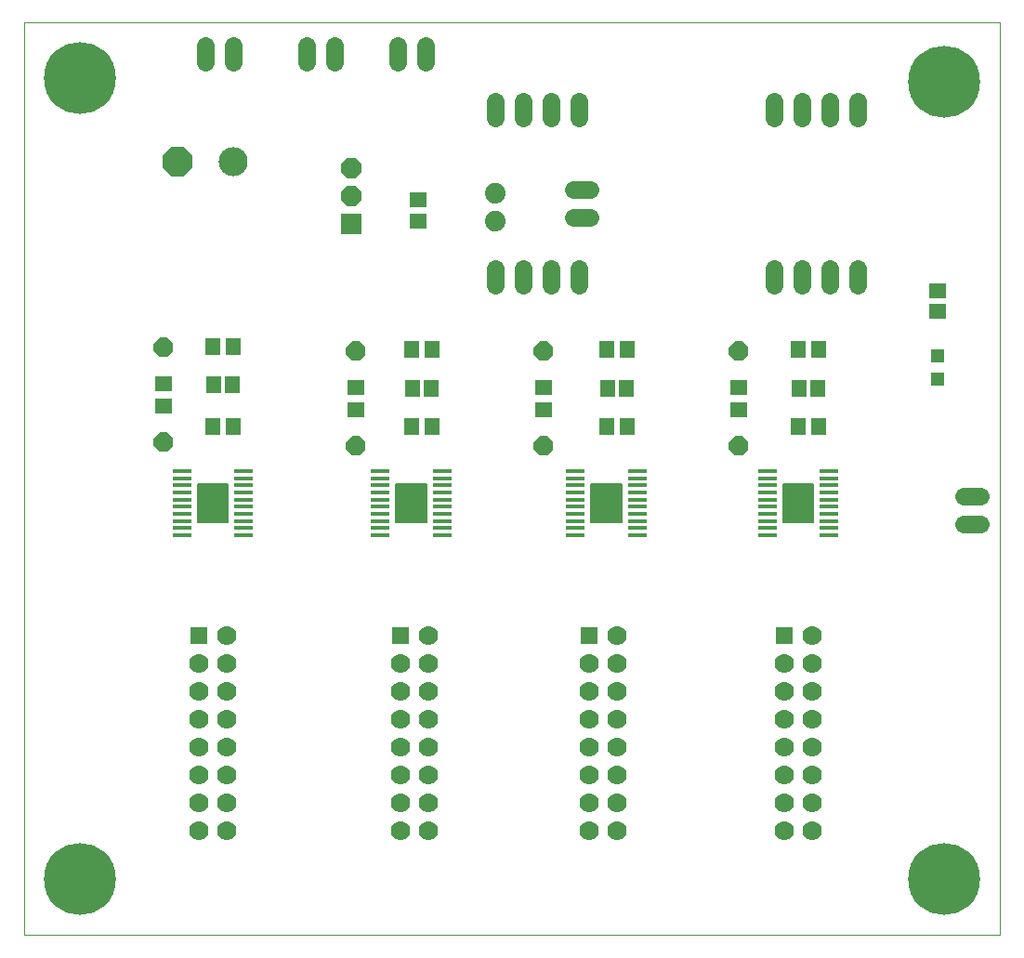
<source format=gts>
G75*
%MOIN*%
%OFA0B0*%
%FSLAX25Y25*%
%IPPOS*%
%LPD*%
%AMOC8*
5,1,8,0,0,1.08239X$1,22.5*
%
%ADD10C,0.00000*%
%ADD11R,0.05518X0.06306*%
%ADD12C,0.10400*%
%ADD13OC8,0.10400*%
%ADD14R,0.06502X0.01581*%
%ADD15C,0.00500*%
%ADD16R,0.06337X0.06337*%
%ADD17C,0.07000*%
%ADD18R,0.05124X0.05124*%
%ADD19OC8,0.07000*%
%ADD20R,0.06299X0.05512*%
%ADD21R,0.06306X0.05518*%
%ADD22C,0.25800*%
%ADD23C,0.06337*%
%ADD24C,0.07400*%
%ADD25R,0.07487X0.07487*%
%ADD26OC8,0.07487*%
D10*
X0002600Y0002600D02*
X0002600Y0330061D01*
X0352551Y0330061D01*
X0352551Y0002600D01*
X0002600Y0002600D01*
D11*
X0070110Y0185100D03*
X0077590Y0185100D03*
X0077196Y0200100D03*
X0070504Y0200100D03*
X0070110Y0213850D03*
X0077590Y0213850D03*
X0141360Y0212600D03*
X0148840Y0212600D03*
X0148446Y0198850D03*
X0141754Y0198850D03*
X0141360Y0185100D03*
X0148840Y0185100D03*
X0211360Y0185100D03*
X0218840Y0185100D03*
X0218446Y0198850D03*
X0211754Y0198850D03*
X0211360Y0212600D03*
X0218840Y0212600D03*
X0280110Y0212600D03*
X0287590Y0212600D03*
X0287196Y0198850D03*
X0280504Y0198850D03*
X0280110Y0185100D03*
X0287590Y0185100D03*
D12*
X0077600Y0280100D03*
D13*
X0057600Y0280100D03*
D14*
X0059076Y0169116D03*
X0059076Y0166557D03*
X0059076Y0163998D03*
X0059076Y0161439D03*
X0059076Y0158880D03*
X0059076Y0156320D03*
X0059076Y0153761D03*
X0059076Y0151202D03*
X0059076Y0148643D03*
X0059076Y0146084D03*
X0081124Y0146084D03*
X0081124Y0148643D03*
X0081124Y0151202D03*
X0081124Y0153761D03*
X0081124Y0156320D03*
X0081124Y0158880D03*
X0081124Y0161439D03*
X0081124Y0163998D03*
X0081124Y0166557D03*
X0081124Y0169116D03*
X0130326Y0169116D03*
X0130326Y0166557D03*
X0130326Y0163998D03*
X0130326Y0161439D03*
X0130326Y0158880D03*
X0130326Y0156320D03*
X0130326Y0153761D03*
X0130326Y0151202D03*
X0130326Y0148643D03*
X0130326Y0146084D03*
X0152374Y0146084D03*
X0152374Y0148643D03*
X0152374Y0151202D03*
X0152374Y0153761D03*
X0152374Y0156320D03*
X0152374Y0158880D03*
X0152374Y0161439D03*
X0152374Y0163998D03*
X0152374Y0166557D03*
X0152374Y0169116D03*
X0200326Y0169116D03*
X0200326Y0166557D03*
X0200326Y0163998D03*
X0200326Y0161439D03*
X0200326Y0158880D03*
X0200326Y0156320D03*
X0200326Y0153761D03*
X0200326Y0151202D03*
X0200326Y0148643D03*
X0200326Y0146084D03*
X0222374Y0146084D03*
X0222374Y0148643D03*
X0222374Y0151202D03*
X0222374Y0153761D03*
X0222374Y0156320D03*
X0222374Y0158880D03*
X0222374Y0161439D03*
X0222374Y0163998D03*
X0222374Y0166557D03*
X0222374Y0169116D03*
X0269076Y0169116D03*
X0269076Y0166557D03*
X0269076Y0163998D03*
X0269076Y0161439D03*
X0269076Y0158880D03*
X0269076Y0156320D03*
X0269076Y0153761D03*
X0269076Y0151202D03*
X0269076Y0148643D03*
X0269076Y0146084D03*
X0291124Y0146084D03*
X0291124Y0148643D03*
X0291124Y0151202D03*
X0291124Y0153761D03*
X0291124Y0156320D03*
X0291124Y0158880D03*
X0291124Y0161439D03*
X0291124Y0163998D03*
X0291124Y0166557D03*
X0291124Y0169116D03*
D15*
X0285513Y0164352D02*
X0274687Y0164352D01*
X0274687Y0150848D01*
X0285513Y0150848D01*
X0285513Y0164352D01*
X0285513Y0164118D02*
X0274687Y0164118D01*
X0274687Y0163619D02*
X0285513Y0163619D01*
X0285513Y0163121D02*
X0274687Y0163121D01*
X0274687Y0162622D02*
X0285513Y0162622D01*
X0285513Y0162124D02*
X0274687Y0162124D01*
X0274687Y0161625D02*
X0285513Y0161625D01*
X0285513Y0161127D02*
X0274687Y0161127D01*
X0274687Y0160628D02*
X0285513Y0160628D01*
X0285513Y0160130D02*
X0274687Y0160130D01*
X0274687Y0159631D02*
X0285513Y0159631D01*
X0285513Y0159133D02*
X0274687Y0159133D01*
X0274687Y0158634D02*
X0285513Y0158634D01*
X0285513Y0158136D02*
X0274687Y0158136D01*
X0274687Y0157637D02*
X0285513Y0157637D01*
X0285513Y0157139D02*
X0274687Y0157139D01*
X0274687Y0156640D02*
X0285513Y0156640D01*
X0285513Y0156141D02*
X0274687Y0156141D01*
X0274687Y0155643D02*
X0285513Y0155643D01*
X0285513Y0155144D02*
X0274687Y0155144D01*
X0274687Y0154646D02*
X0285513Y0154646D01*
X0285513Y0154147D02*
X0274687Y0154147D01*
X0274687Y0153649D02*
X0285513Y0153649D01*
X0285513Y0153150D02*
X0274687Y0153150D01*
X0274687Y0152652D02*
X0285513Y0152652D01*
X0285513Y0152153D02*
X0274687Y0152153D01*
X0274687Y0151655D02*
X0285513Y0151655D01*
X0285513Y0151156D02*
X0274687Y0151156D01*
X0216763Y0151156D02*
X0205937Y0151156D01*
X0205937Y0150848D02*
X0205937Y0164352D01*
X0216763Y0164352D01*
X0216763Y0150848D01*
X0205937Y0150848D01*
X0205937Y0151655D02*
X0216763Y0151655D01*
X0216763Y0152153D02*
X0205937Y0152153D01*
X0205937Y0152652D02*
X0216763Y0152652D01*
X0216763Y0153150D02*
X0205937Y0153150D01*
X0205937Y0153649D02*
X0216763Y0153649D01*
X0216763Y0154147D02*
X0205937Y0154147D01*
X0205937Y0154646D02*
X0216763Y0154646D01*
X0216763Y0155144D02*
X0205937Y0155144D01*
X0205937Y0155643D02*
X0216763Y0155643D01*
X0216763Y0156141D02*
X0205937Y0156141D01*
X0205937Y0156640D02*
X0216763Y0156640D01*
X0216763Y0157139D02*
X0205937Y0157139D01*
X0205937Y0157637D02*
X0216763Y0157637D01*
X0216763Y0158136D02*
X0205937Y0158136D01*
X0205937Y0158634D02*
X0216763Y0158634D01*
X0216763Y0159133D02*
X0205937Y0159133D01*
X0205937Y0159631D02*
X0216763Y0159631D01*
X0216763Y0160130D02*
X0205937Y0160130D01*
X0205937Y0160628D02*
X0216763Y0160628D01*
X0216763Y0161127D02*
X0205937Y0161127D01*
X0205937Y0161625D02*
X0216763Y0161625D01*
X0216763Y0162124D02*
X0205937Y0162124D01*
X0205937Y0162622D02*
X0216763Y0162622D01*
X0216763Y0163121D02*
X0205937Y0163121D01*
X0205937Y0163619D02*
X0216763Y0163619D01*
X0216763Y0164118D02*
X0205937Y0164118D01*
X0146763Y0164118D02*
X0135937Y0164118D01*
X0135937Y0164352D02*
X0146763Y0164352D01*
X0146763Y0150848D01*
X0135937Y0150848D01*
X0135937Y0164352D01*
X0135937Y0163619D02*
X0146763Y0163619D01*
X0146763Y0163121D02*
X0135937Y0163121D01*
X0135937Y0162622D02*
X0146763Y0162622D01*
X0146763Y0162124D02*
X0135937Y0162124D01*
X0135937Y0161625D02*
X0146763Y0161625D01*
X0146763Y0161127D02*
X0135937Y0161127D01*
X0135937Y0160628D02*
X0146763Y0160628D01*
X0146763Y0160130D02*
X0135937Y0160130D01*
X0135937Y0159631D02*
X0146763Y0159631D01*
X0146763Y0159133D02*
X0135937Y0159133D01*
X0135937Y0158634D02*
X0146763Y0158634D01*
X0146763Y0158136D02*
X0135937Y0158136D01*
X0135937Y0157637D02*
X0146763Y0157637D01*
X0146763Y0157139D02*
X0135937Y0157139D01*
X0135937Y0156640D02*
X0146763Y0156640D01*
X0146763Y0156141D02*
X0135937Y0156141D01*
X0135937Y0155643D02*
X0146763Y0155643D01*
X0146763Y0155144D02*
X0135937Y0155144D01*
X0135937Y0154646D02*
X0146763Y0154646D01*
X0146763Y0154147D02*
X0135937Y0154147D01*
X0135937Y0153649D02*
X0146763Y0153649D01*
X0146763Y0153150D02*
X0135937Y0153150D01*
X0135937Y0152652D02*
X0146763Y0152652D01*
X0146763Y0152153D02*
X0135937Y0152153D01*
X0135937Y0151655D02*
X0146763Y0151655D01*
X0146763Y0151156D02*
X0135937Y0151156D01*
X0075513Y0151156D02*
X0064687Y0151156D01*
X0064687Y0150848D02*
X0064687Y0164352D01*
X0075513Y0164352D01*
X0075513Y0150848D01*
X0064687Y0150848D01*
X0064687Y0151655D02*
X0075513Y0151655D01*
X0075513Y0152153D02*
X0064687Y0152153D01*
X0064687Y0152652D02*
X0075513Y0152652D01*
X0075513Y0153150D02*
X0064687Y0153150D01*
X0064687Y0153649D02*
X0075513Y0153649D01*
X0075513Y0154147D02*
X0064687Y0154147D01*
X0064687Y0154646D02*
X0075513Y0154646D01*
X0075513Y0155144D02*
X0064687Y0155144D01*
X0064687Y0155643D02*
X0075513Y0155643D01*
X0075513Y0156141D02*
X0064687Y0156141D01*
X0064687Y0156640D02*
X0075513Y0156640D01*
X0075513Y0157139D02*
X0064687Y0157139D01*
X0064687Y0157637D02*
X0075513Y0157637D01*
X0075513Y0158136D02*
X0064687Y0158136D01*
X0064687Y0158634D02*
X0075513Y0158634D01*
X0075513Y0159133D02*
X0064687Y0159133D01*
X0064687Y0159631D02*
X0075513Y0159631D01*
X0075513Y0160130D02*
X0064687Y0160130D01*
X0064687Y0160628D02*
X0075513Y0160628D01*
X0075513Y0161127D02*
X0064687Y0161127D01*
X0064687Y0161625D02*
X0075513Y0161625D01*
X0075513Y0162124D02*
X0064687Y0162124D01*
X0064687Y0162622D02*
X0075513Y0162622D01*
X0075513Y0163121D02*
X0064687Y0163121D01*
X0064687Y0163619D02*
X0075513Y0163619D01*
X0075513Y0164118D02*
X0064687Y0164118D01*
D16*
X0065100Y0110100D03*
X0137600Y0110100D03*
X0205100Y0110100D03*
X0275100Y0110100D03*
D17*
X0275100Y0100100D03*
X0275100Y0090100D03*
X0275100Y0080100D03*
X0275100Y0070100D03*
X0275100Y0060100D03*
X0275100Y0050100D03*
X0275100Y0040100D03*
X0285100Y0040100D03*
X0285100Y0050100D03*
X0285100Y0060100D03*
X0285100Y0070100D03*
X0285100Y0080100D03*
X0285100Y0090100D03*
X0285100Y0100100D03*
X0285100Y0110100D03*
X0215100Y0110100D03*
X0215100Y0100100D03*
X0215100Y0090100D03*
X0215100Y0080100D03*
X0215100Y0070100D03*
X0215100Y0060100D03*
X0215100Y0050100D03*
X0215100Y0040100D03*
X0205100Y0040100D03*
X0205100Y0050100D03*
X0205100Y0060100D03*
X0205100Y0070100D03*
X0205100Y0080100D03*
X0205100Y0090100D03*
X0205100Y0100100D03*
X0147600Y0100100D03*
X0147600Y0090100D03*
X0147600Y0080100D03*
X0147600Y0070100D03*
X0147600Y0060100D03*
X0147600Y0050100D03*
X0147600Y0040100D03*
X0137600Y0040100D03*
X0137600Y0050100D03*
X0137600Y0060100D03*
X0137600Y0070100D03*
X0137600Y0080100D03*
X0137600Y0090100D03*
X0137600Y0100100D03*
X0147600Y0110100D03*
X0075100Y0110100D03*
X0075100Y0100100D03*
X0075100Y0090100D03*
X0075100Y0080100D03*
X0075100Y0070100D03*
X0075100Y0060100D03*
X0075100Y0050100D03*
X0075100Y0040100D03*
X0065100Y0040100D03*
X0065100Y0050100D03*
X0065100Y0060100D03*
X0065100Y0070100D03*
X0065100Y0080100D03*
X0065100Y0090100D03*
X0065100Y0100100D03*
D18*
X0330100Y0202216D03*
X0330100Y0210484D03*
D19*
X0258850Y0212100D03*
X0258850Y0178100D03*
X0188850Y0178100D03*
X0188850Y0212100D03*
X0121350Y0212100D03*
X0121350Y0178100D03*
X0052600Y0179350D03*
X0052600Y0213350D03*
D20*
X0052600Y0200387D03*
X0052600Y0192313D03*
X0121350Y0191063D03*
X0121350Y0199137D03*
X0188850Y0199137D03*
X0188850Y0191063D03*
X0258850Y0191063D03*
X0258850Y0199137D03*
D21*
X0330100Y0226360D03*
X0330100Y0233840D03*
X0143850Y0258860D03*
X0143850Y0266340D03*
D22*
X0022600Y0310100D03*
X0022600Y0022600D03*
X0332600Y0022600D03*
X0332600Y0308850D03*
D23*
X0301350Y0301819D02*
X0301350Y0295881D01*
X0291350Y0295881D02*
X0291350Y0301819D01*
X0281350Y0301819D02*
X0281350Y0295881D01*
X0271350Y0295881D02*
X0271350Y0301819D01*
X0271350Y0241819D02*
X0271350Y0235881D01*
X0281350Y0235881D02*
X0281350Y0241819D01*
X0291350Y0241819D02*
X0291350Y0235881D01*
X0301350Y0235881D02*
X0301350Y0241819D01*
X0339631Y0160100D02*
X0345569Y0160100D01*
X0345569Y0150100D02*
X0339631Y0150100D01*
X0205569Y0260100D02*
X0199631Y0260100D01*
X0199631Y0270100D02*
X0205569Y0270100D01*
X0201350Y0295881D02*
X0201350Y0301819D01*
X0191350Y0301819D02*
X0191350Y0295881D01*
X0181350Y0295881D02*
X0181350Y0301819D01*
X0171350Y0301819D02*
X0171350Y0295881D01*
X0146350Y0315881D02*
X0146350Y0321819D01*
X0136350Y0321819D02*
X0136350Y0315881D01*
X0113850Y0315881D02*
X0113850Y0321819D01*
X0103850Y0321819D02*
X0103850Y0315881D01*
X0077600Y0315881D02*
X0077600Y0321819D01*
X0067600Y0321819D02*
X0067600Y0315881D01*
X0171350Y0241819D02*
X0171350Y0235881D01*
X0181350Y0235881D02*
X0181350Y0241819D01*
X0191350Y0241819D02*
X0191350Y0235881D01*
X0201350Y0235881D02*
X0201350Y0241819D01*
D24*
X0171350Y0258850D03*
X0171350Y0268850D03*
D25*
X0119756Y0257600D03*
D26*
X0119756Y0267600D03*
X0119756Y0277600D03*
M02*

</source>
